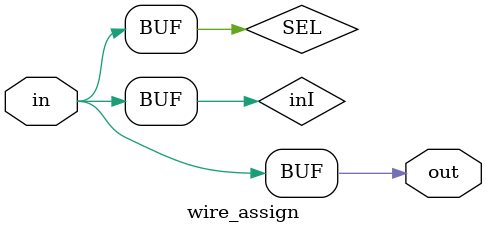
<source format=v>
module wire_assign( input in, output out );
// assign out to in
// not both assign types
assign out=in;
assign out=inI;
assign out=SEL;
endmodule

</source>
